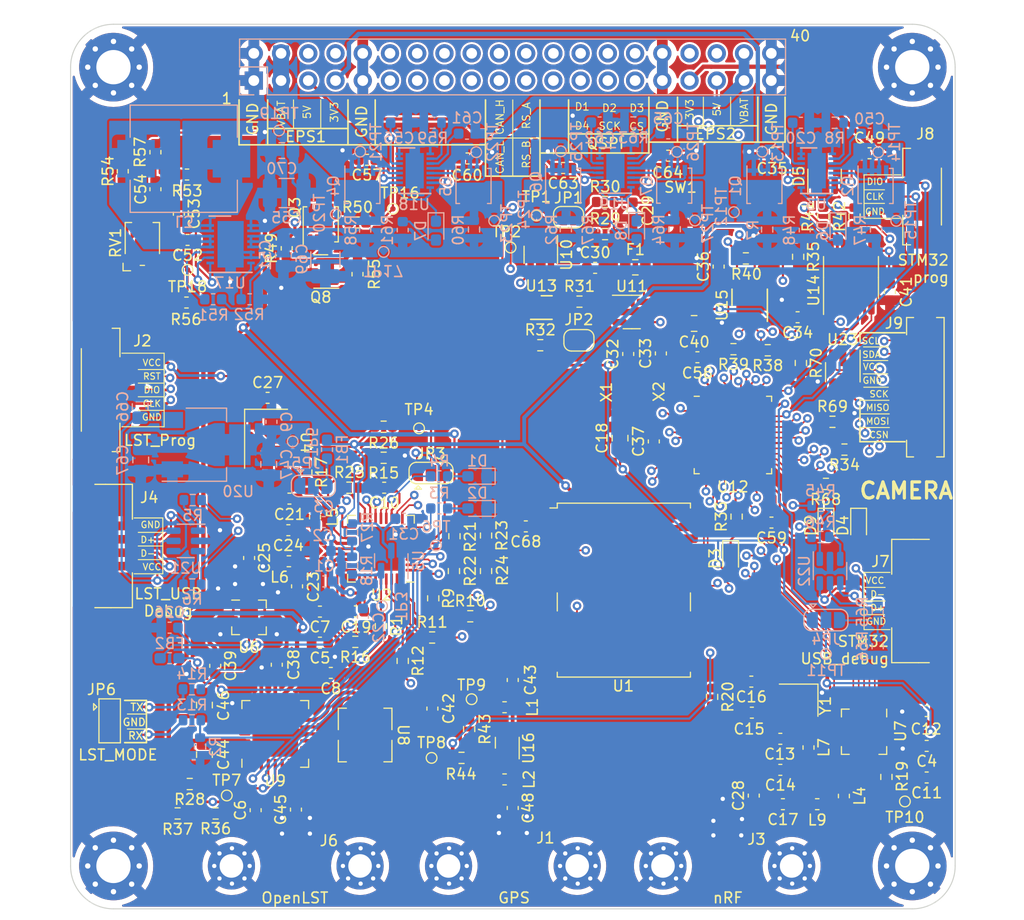
<source format=kicad_pcb>
(kicad_pcb (version 20211014) (generator pcbnew)

  (general
    (thickness 0.986)
  )

  (paper "A4")
  (layers
    (0 "F.Cu" power)
    (1 "In1.Cu" mixed)
    (2 "In2.Cu" mixed)
    (31 "B.Cu" power)
    (32 "B.Adhes" user "B.Adhesive")
    (33 "F.Adhes" user "F.Adhesive")
    (34 "B.Paste" user)
    (35 "F.Paste" user)
    (36 "B.SilkS" user "B.Silkscreen")
    (37 "F.SilkS" user "F.Silkscreen")
    (38 "B.Mask" user)
    (39 "F.Mask" user)
    (40 "Dwgs.User" user "User.Drawings")
    (41 "Cmts.User" user "User.Comments")
    (42 "Eco1.User" user "User.Eco1")
    (43 "Eco2.User" user "User.Eco2")
    (44 "Edge.Cuts" user)
    (45 "Margin" user)
    (46 "B.CrtYd" user "B.Courtyard")
    (47 "F.CrtYd" user "F.Courtyard")
    (48 "B.Fab" user)
    (49 "F.Fab" user)
    (50 "User.1" user)
    (51 "User.2" user)
    (52 "User.3" user)
    (53 "User.4" user)
    (54 "User.5" user)
    (55 "User.6" user)
    (56 "User.7" user)
    (57 "User.8" user)
    (58 "User.9" user)
  )

  (setup
    (stackup
      (layer "F.SilkS" (type "Top Silk Screen"))
      (layer "F.Paste" (type "Top Solder Paste"))
      (layer "F.Mask" (type "Top Solder Mask") (thickness 0.01))
      (layer "F.Cu" (type "copper") (thickness 0.018))
      (layer "dielectric 1" (type "core") (thickness 0.175) (material "FR4") (epsilon_r 4.5) (loss_tangent 0.02))
      (layer "In1.Cu" (type "copper") (thickness 0.035))
      (layer "dielectric 2" (type "prepreg") (thickness 0.51) (material "FR4") (epsilon_r 4.5) (loss_tangent 0.02))
      (layer "In2.Cu" (type "copper") (thickness 0.035))
      (layer "dielectric 3" (type "core") (thickness 0.175) (material "FR4") (epsilon_r 4.5) (loss_tangent 0.02))
      (layer "B.Cu" (type "copper") (thickness 0.018))
      (layer "B.Mask" (type "Bottom Solder Mask") (thickness 0.01))
      (layer "B.Paste" (type "Bottom Solder Paste"))
      (layer "B.SilkS" (type "Bottom Silk Screen"))
      (copper_finish "None")
      (dielectric_constraints no)
    )
    (pad_to_mask_clearance 0)
    (pcbplotparams
      (layerselection 0x00010fc_ffffffff)
      (disableapertmacros false)
      (usegerberextensions false)
      (usegerberattributes true)
      (usegerberadvancedattributes true)
      (creategerberjobfile true)
      (svguseinch false)
      (svgprecision 6)
      (excludeedgelayer true)
      (plotframeref false)
      (viasonmask false)
      (mode 1)
      (useauxorigin false)
      (hpglpennumber 1)
      (hpglpenspeed 20)
      (hpglpendiameter 15.000000)
      (dxfpolygonmode true)
      (dxfimperialunits true)
      (dxfusepcbnewfont true)
      (psnegative false)
      (psa4output false)
      (plotreference true)
      (plotvalue true)
      (plotinvisibletext false)
      (sketchpadsonfab false)
      (subtractmaskfromsilk false)
      (outputformat 1)
      (mirror false)
      (drillshape 1)
      (scaleselection 1)
      (outputdirectory "")
    )
  )

  (net 0 "")
  (net 1 "Net-(C1-Pad1)")
  (net 2 "GND")
  (net 3 "+3V3")
  (net 4 "/OpenLST (Beacon)/PA_VAPC")
  (net 5 "+3V8")
  (net 6 "/OpenLST (Beacon)/VDD_USB_LST")
  (net 7 "Net-(C12-Pad1)")
  (net 8 "Net-(C13-Pad2)")
  (net 9 "Net-(C15-Pad1)")
  (net 10 "Net-(C16-Pad1)")
  (net 11 "Net-(C17-Pad1)")
  (net 12 "Net-(C17-Pad2)")
  (net 13 "/MCU/MCU_POWER")
  (net 14 "Net-(C19-Pad1)")
  (net 15 "/3V3 power share/VCC_EN")
  (net 16 "Net-(C21-Pad2)")
  (net 17 "Net-(C22-Pad1)")
  (net 18 "Net-(C23-Pad2)")
  (net 19 "Net-(C24-Pad1)")
  (net 20 "Net-(C24-Pad2)")
  (net 21 "Net-(C25-Pad2)")
  (net 22 "Net-(C26-Pad1)")
  (net 23 "Net-(C29-Pad1)")
  (net 24 "/3V3 power share/EPS#1")
  (net 25 "Net-(C35-Pad2)")
  (net 26 "Net-(C38-Pad1)")
  (net 27 "Net-(C38-Pad2)")
  (net 28 "Net-(C39-Pad1)")
  (net 29 "Net-(C39-Pad2)")
  (net 30 "/MCU/VREF")
  (net 31 "Net-(C42-Pad1)")
  (net 32 "Net-(C43-Pad1)")
  (net 33 "Net-(C43-Pad2)")
  (net 34 "Net-(C45-Pad1)")
  (net 35 "Net-(C45-Pad2)")
  (net 36 "Net-(C48-Pad1)")
  (net 37 "Net-(C48-Pad2)")
  (net 38 "Net-(C49-Pad1)")
  (net 39 "/3V3 power share/EPS#2")
  (net 40 "Net-(C50-Pad1)")
  (net 41 "VIN")
  (net 42 "Net-(C52-Pad1)")
  (net 43 "Net-(C52-Pad2)")
  (net 44 "Net-(C53-Pad1)")
  (net 45 "Net-(C54-Pad1)")
  (net 46 "/Power Convertor/VBAT1/VCC_EN")
  (net 47 "/Power Convertor/EPS#1_VBAT")
  (net 48 "Net-(C57-Pad2)")
  (net 49 "Net-(C60-Pad1)")
  (net 50 "/Power Convertor/EPS#2_VBAT")
  (net 51 "Net-(C61-Pad1)")
  (net 52 "/5V power share/VCC_EN")
  (net 53 "/5V power share/EPS#1")
  (net 54 "Net-(C63-Pad2)")
  (net 55 "Net-(C64-Pad1)")
  (net 56 "/5V power share/EPS#2")
  (net 57 "Net-(C65-Pad1)")
  (net 58 "/OpenLST (Beacon)/USB_POWER_LST")
  (net 59 "Net-(D1-Pad2)")
  (net 60 "Net-(D2-Pad2)")
  (net 61 "Net-(D3-Pad1)")
  (net 62 "Net-(D4-Pad1)")
  (net 63 "/MCU/CAN_L")
  (net 64 "/MCU/CAN_H")
  (net 65 "Net-(D6-Pad1)")
  (net 66 "Net-(D6-Pad2)")
  (net 67 "Net-(D7-Pad1)")
  (net 68 "Net-(D7-Pad2)")
  (net 69 "Net-(D8-Pad1)")
  (net 70 "Net-(D8-Pad2)")
  (net 71 "Net-(D9-Pad1)")
  (net 72 "Net-(F1-Pad2)")
  (net 73 "Net-(FB1-Pad1)")
  (net 74 "/OpenLST (Beacon)/PROG_DD")
  (net 75 "/OpenLST (Beacon)/PROG_DC")
  (net 76 "/OpenLST (Beacon)/~{LST_RESET}")
  (net 77 "/MCU/USB_POWER")
  (net 78 "/MCU/SWCLK")
  (net 79 "/MCU/SWDIO")
  (net 80 "/MCU/QSPI_D1{slash}CAM_CSN")
  (net 81 "/MCU/QSPI_D2{slash}CAM_MOSI")
  (net 82 "/MCU/QSPI_D3{slash}CAM_MISO")
  (net 83 "/MCU/CAM_SCK")
  (net 84 "+5V")
  (net 85 "/I2C_SDA")
  (net 86 "/I2C_SCL")
  (net 87 "unconnected-(J12-Pad6)")
  (net 88 "unconnected-(J12-Pad8)")
  (net 89 "unconnected-(J12-Pad11)")
  (net 90 "unconnected-(J12-Pad12)")
  (net 91 "unconnected-(J12-Pad13)")
  (net 92 "unconnected-(J12-Pad14)")
  (net 93 "unconnected-(J12-Pad15)")
  (net 94 "unconnected-(J12-Pad16)")
  (net 95 "unconnected-(J12-Pad17)")
  (net 96 "unconnected-(J12-Pad18)")
  (net 97 "/MCU/RS_485_~{B}")
  (net 98 "/MCU/RS_485_A")
  (net 99 "unconnected-(J12-Pad23)")
  (net 100 "unconnected-(J12-Pad24)")
  (net 101 "/MCU/QSPI_D0")
  (net 102 "/MCU/QSPI_SCK")
  (net 103 "/MCU/QSPI_NCS")
  (net 104 "unconnected-(J12-Pad34)")
  (net 105 "unconnected-(J12-Pad36)")
  (net 106 "Net-(JP1-Pad1)")
  (net 107 "/MCU/NRST")
  (net 108 "Net-(JP2-Pad1)")
  (net 109 "Net-(JP2-Pad2)")
  (net 110 "/OpenLST (Beacon)/RF_EN")
  (net 111 "/OpenLST (Beacon)/RF_EN_MCU")
  (net 112 "/OpenLST (Beacon)/RF_PWR_EN")
  (net 113 "Net-(JP4-Pad3)")
  (net 114 "/MCU/VDD_USB")
  (net 115 "Net-(L3-Pad1)")
  (net 116 "Net-(L3-Pad2)")
  (net 117 "Net-(L4-Pad1)")
  (net 118 "Net-(L4-Pad2)")
  (net 119 "Net-(Q1-Pad5)")
  (net 120 "Net-(Q1-Pad4)")
  (net 121 "Net-(Q2-Pad4)")
  (net 122 "Net-(Q2-Pad5)")
  (net 123 "Net-(Q3-Pad4)")
  (net 124 "Net-(Q3-Pad5)")
  (net 125 "Net-(Q4-Pad5)")
  (net 126 "Net-(Q4-Pad4)")
  (net 127 "Net-(Q5-Pad4)")
  (net 128 "Net-(Q5-Pad5)")
  (net 129 "Net-(Q6-Pad5)")
  (net 130 "Net-(Q6-Pad4)")
  (net 131 "Net-(Q7-Pad4)")
  (net 132 "Net-(Q7-Pad5)")
  (net 133 "/OpenLST (Beacon)/~{LST_RX_MODE}")
  (net 134 "/OpenLST (Beacon)/LST_TX_MODE")
  (net 135 "Net-(R3-Pad2)")
  (net 136 "Net-(R4-Pad2)")
  (net 137 "Net-(R5-Pad1)")
  (net 138 "/OpenLST (Beacon)/USB_N")
  (net 139 "/OpenLST (Beacon)/USB_P")
  (net 140 "Net-(R6-Pad2)")
  (net 141 "Net-(R8-Pad2)")
  (net 142 "Net-(R9-Pad1)")
  (net 143 "/OpenLST (Beacon)/UART0_CTS")
  (net 144 "Net-(R10-Pad1)")
  (net 145 "/OpenLST (Beacon)/UART0_RTS")
  (net 146 "Net-(R11-Pad1)")
  (net 147 "/OpenLST (Beacon)/UART0_RX")
  (net 148 "Net-(R12-Pad1)")
  (net 149 "/OpenLST (Beacon)/UART0_TX")
  (net 150 "Net-(R15-Pad2)")
  (net 151 "Net-(R16-Pad2)")
  (net 152 "Net-(R17-Pad1)")
  (net 153 "Net-(R17-Pad2)")
  (net 154 "Net-(R19-Pad2)")
  (net 155 "/OpenLST (Beacon)/AN0")
  (net 156 "/OpenLST (Beacon)/AN1")
  (net 157 "Net-(R25-Pad2)")
  (net 158 "/OpenLST (Beacon)/RF_BYP")
  (net 159 "Net-(R32-Pad1)")
  (net 160 "/MCU/LED2")
  (net 161 "/MCU/CAN_RS")
  (net 162 "/MCU/RS_485_R_EN")
  (net 163 "/MCU/RS_485_T_EN")
  (net 164 "Net-(R43-Pad2)")
  (net 165 "Net-(R44-Pad1)")
  (net 166 "Net-(R44-Pad2)")
  (net 167 "Net-(R45-Pad1)")
  (net 168 "/MCU/USB_N")
  (net 169 "/MCU/USB_P")
  (net 170 "Net-(R46-Pad2)")
  (net 171 "Net-(R51-Pad2)")
  (net 172 "Net-(R52-Pad1)")
  (net 173 "Net-(R54-Pad2)")
  (net 174 "Net-(R59-Pad2)")
  (net 175 "Net-(R63-Pad2)")
  (net 176 "unconnected-(U1-Pad1)")
  (net 177 "unconnected-(U1-Pad3)")
  (net 178 "/GPS Module/IRQ")
  (net 179 "unconnected-(U1-Pad5)")
  (net 180 "unconnected-(U1-Pad6)")
  (net 181 "/GPS Module/RESET")
  (net 182 "unconnected-(U1-Pad15)")
  (net 183 "unconnected-(U1-Pad16)")
  (net 184 "unconnected-(U1-Pad17)")
  (net 185 "/GPS Module/TXD")
  (net 186 "/GPS Module/RXD")
  (net 187 "unconnected-(U2-Pad8)")
  (net 188 "unconnected-(U2-Pad18)")
  (net 189 "unconnected-(U2-Pad20)")
  (net 190 "/MCU/NRF_CE")
  (net 191 "/MCU/NRF_SPI_CSN")
  (net 192 "/MCU/NRF_SPI_SCK")
  (net 193 "/MCU/NRF_SPI_MOSI")
  (net 194 "/MCU/NRF_SPI_MISO")
  (net 195 "/MCU/NRF_IRQ")
  (net 196 "Net-(U8-Pad2)")
  (net 197 "Net-(U8-Pad6)")
  (net 198 "unconnected-(U9-Pad14)")
  (net 199 "unconnected-(U9-Pad16)")
  (net 200 "unconnected-(U9-Pad25)")
  (net 201 "unconnected-(U10-Pad3)")
  (net 202 "/MCU/WDG_RESET")
  (net 203 "unconnected-(U11-Pad3)")
  (net 204 "unconnected-(U12-Pad1)")
  (net 205 "/MCU/LSE")
  (net 206 "/MCU/HSE")
  (net 207 "/MCU/CAN_RX")
  (net 208 "/MCU/CAN_TX")
  (net 209 "unconnected-(U13-Pad3)")
  (net 210 "/MCU/RS_485_R")
  (net 211 "/MCU/RS_485_T")
  (net 212 "unconnected-(U15-Pad7)")
  (net 213 "Net-(JP6-Pad3)")
  (net 214 "/camera/CAM_VCC")
  (net 215 "Net-(R70-Pad1)")
  (net 216 "Net-(J4-Pad2)")
  (net 217 "Net-(J4-Pad3)")
  (net 218 "Net-(J7-Pad2)")
  (net 219 "Net-(J7-Pad3)")
  (net 220 "Net-(JP6-Pad1)")
  (net 221 "unconnected-(X1-Pad1)")

  (footprint "Capacitor_SMD:C_0805_2012Metric_Pad1.18x1.45mm_HandSolder" (layer "F.Cu") (at 143.1544 71.9044))

  (footprint "TCY_Buttons:KMT031NGJLHS" (layer "F.Cu") (at 141.8844 61.5881))

  (footprint "Resistor_SMD:R_0603_1608Metric" (layer "F.Cu") (at 98.5276 117.602))

  (footprint "Resistor_SMD:R_0603_1608Metric" (layer "F.Cu") (at 158.115 61.9252 -90))

  (footprint "Package_DFN_QFN:QFN-20-1EP_4x4mm_P0.5mm_EP2.5x2.5mm" (layer "F.Cu") (at 159.004 109.982 -90))

  (footprint "MountingHole:MountingHole_3.2mm_M3_Pad_Via" (layer "F.Cu") (at 163.5 122.5))

  (footprint "Resistor_SMD:R_0603_1608Metric" (layer "F.Cu") (at 120.8024 91.7448 90))

  (footprint "Capacitor_SMD:C_0603_1608Metric" (layer "F.Cu") (at 98.4905 103.8352 -90))

  (footprint "Resistor_SMD:R_0603_1608Metric" (layer "F.Cu") (at 147.9804 65.8368 180))

  (footprint "Inductor_SMD:L_0603_1608Metric" (layer "F.Cu") (at 107.7976 89.9668 -90))

  (footprint "Resistor_SMD:R_0603_1608Metric" (layer "F.Cu") (at 121.4628 112.4204))

  (footprint "MountingHole:MountingHole_3.2mm_M3_Pad_Via" (layer "F.Cu") (at 89 48))

  (footprint "Capacitor_SMD:C_0603_1608Metric" (layer "F.Cu") (at 105.41 88.2396))

  (footprint "TCY_Connector:Amphenol 10114830-11104LF 1x04 Vertical" (layer "F.Cu") (at 88.265 92.6592 -90))

  (footprint "Capacitor_SMD:C_0603_1608Metric" (layer "F.Cu") (at 127.4572 90.8304 180))

  (footprint "Capacitor_SMD:C_0603_1608Metric" (layer "F.Cu") (at 152.8064 71.3232 180))

  (footprint "Resistor_SMD:R_0603_1608Metric" (layer "F.Cu") (at 153.1112 75.5904 -90))

  (footprint "Capacitor_SMD:C_0603_1608Metric" (layer "F.Cu") (at 114.2492 87.2236 180))

  (footprint "Inductor_SMD:L_0603_1608Metric" (layer "F.Cu") (at 125.476 114.427 180))

  (footprint "RF_GPS:ublox_NEO" (layer "F.Cu") (at 136.6012 96.774))

  (footprint "Package_TO_SOT_SMD:SOT-23-6_Handsoldering" (layer "F.Cu") (at 157.0228 76.454 -90))

  (footprint "Capacitor_SMD:C_0603_1608Metric" (layer "F.Cu") (at 108.2548 98.7792 180))

  (footprint "Inductor_SMD:L_0603_1608Metric" (layer "F.Cu") (at 105.156 64.897 90))

  (footprint "Resistor_SMD:R_0603_1608Metric" (layer "F.Cu") (at 161.0868 114.1984 90))

  (footprint "Jumper:SolderJumper-2_P1.3mm_Open_RoundedPad1.0x1.5mm" (layer "F.Cu") (at 132.4108 73.4753 180))

  (footprint "Capacitor_SMD:C_0603_1608Metric" (layer "F.Cu") (at 118.745 107.823 -90))

  (footprint "Jumper:SolderJumper-2_P1.3mm_Open_RoundedPad1.0x1.5mm" (layer "F.Cu") (at 131.4456 61.9945))

  (footprint "Inductor_SMD:L_0603_1608Metric" (layer "F.Cu") (at 95.8596 58.0136))

  (footprint "Capacitor_SMD:C_0603_1608Metric" (layer "F.Cu") (at 133.9218 66.7189))

  (footprint "Capacitor_SMD:C_0603_1608Metric" (layer "F.Cu") (at 126.238 105.156 -90))

  (footprint "Capacitor_SMD:C_0603_1608Metric" (layer "F.Cu") (at 151.1938 113.538))

  (footprint "MountingHole:MountingHole_3.2mm_M3_Pad_Via" (layer "F.Cu") (at 163.5 48))

  (footprint "Resistor_SMD:R_0603_1608Metric" (layer "F.Cu") (at 111.5568 101.6 180))

  (footprint "Resistor_SMD:R_0603_1608Metric" (layer "F.Cu") (at 118.8212 97.536 -90))

  (footprint "Resistor_SMD:R_0603_1608Metric" (layer "F.Cu") (at 134.8492 60.5721))

  (footprint "Resistor_SMD:R_0603_1608Metric" (layer "F.Cu") (at 157.1752 83.6676 180))

  (footprint "Capacitor_SMD:C_0603_1608Metric" (layer "F.Cu") (at 122.0216 56.515))

  (footprint "TCY_Connector:TestPoint_Pad_D0.5mm" (layer "F.Cu") (at 122.4026 106.947))

  (footprint "Resistor_SMD:R_0603_1608Metric" (layer "F.Cu") (at 123.7488 94.996 90))

  (footprint "Resistor_SMD:R_0603_1608Metric" (layer "F.Cu") (at 115.9764 103.378 -90))

  (footprint "Capacitor_SMD:C_0603_1608Metric" (layer "F.Cu") (at 139.3952 82.9056 90))

  (footprint "Resistor_SMD:R_0603_1608Metric" (layer "F.Cu") (at 110.998 87.2236))

  (footprint "Resistor_SMD:R_0603_1608Metric" (layer "F.Cu") (at 113.9444 100.1268 90))

  (footprint "footprints:iPEX" (layer "F.Cu") (at 146.25 122.5 180))

  (footprint "Capacitor_SMD:C_0603_1608Metric" (layer "F.Cu") (at 148.717 115.938 90))

  (footprint "Capacitor_SMD:C_0603_1608Metric" (layer "F.Cu") (at 164.846 114.2492 180))

  (footprint "Capacitor_SMD:C_0603_1608Metric" (layer "F.Cu") (at 112.649 56.642))

  (footprint "Inductor_SMD:L_0603_1608Metric" (layer "F.Cu") (at 153.8224 111.4552 -90))

  (footprint "Capacitor_SMD:C_0603_1608Metric" (layer "F.Cu") (at 137.414 61.3849 -90))

  (footprint "Capacitor_SMD:C_0603_1608Metric" (layer "F.Cu") (at 159.517223 56.0263))

  (footprint "Resistor_SMD:R_0603_1608Metric" (layer "F.Cu") (at 144.8308 106.7308 90))

  (footprint "Resistor_SMD:R_0603_1608Metric" (layer "F.Cu") (at 120.7516 94.996 90))

  (footprint "footprints:iPEX" (layer "F.Cu") (at 106 122.5 180))

  (footprint "Capacitor_SMD:C_0603_1608Metric" (layer "F.Cu") (at 105.3084 91.186 180))

  (footprint "TCY_Connector:TestPoint_Pad_D0.5mm" (layer "F.Cu") (at 117.5004 81.6864))

  (footprint "Package_DFN_QFN:DFN-10-1EP_3x3mm_P0.5mm_EP1.55x2.48mm" (layer "F.Cu")
    (tedit 5EA4BECA) (tstamp 64263d5c-9427-4c92-a73a-afe8e63e20fb)
    (at 148.336 70.2056 90)
    (descr "10-Lead Plastic Dual Flat, No Lead Package (MF) - 3x3x0.9 mm Body [DFN] (see Microchip Packaging Specification 00000049BS.pdf)")
    (tags "DFN 0.5")
    (property "Sheetfile" "mcu_comm.kicad_sch")
    (property "Sheetname" "MCU")
    (path "/81a5172c-b171-400d-8856-41d6e486bdd1/a66e8b44-b972-4f7b-ba80-f64e58de1944")
    (attr smd)
    (fp_text reference "U15" (at 0 -2.575 90) (layer "F.SilkS")
      (effects (font (size 1 1) (thickness 0.15)))
      (tstamp af58d6aa-33e4-4da2-8ea3-2304125e31c0)
    )
    (fp_text value "MAX13430ETB+" (at 0 2.575 90) (layer "F.Fab")
      (effects (font (size 1 1) (thickness 0.15)))
      (tstamp 94937ca0-c1d9-424d-88cf-010fb503f8a5)
    )
    (fp_text user "${REFERENCE}" (at 0 0 90) (layer "F.Fab")
      (effects (font (size 0.7 0.7) (thickness 0.105)))
      (tstamp 67a55320-79e2-4952-9d6a-671cbdcfc9f7)
    )
    (fp_line (start -1.5 1.65) (end 1.5 1.65) (layer "F.SilkS") (width 0.15) (tstamp 47b3834c-8a87-4af3-9143-c88b9cd89304))
    (fp_line (start 0 -1.65) (end 1.5 -1.65) (layer "F.SilkS") (width 0.15) (tstamp adc74667-5dec-4b95-9d35-ffc7db9ad260))
    (fp_line (start -2.15 -1.85) (end -2.15 1.85) (layer "F.CrtYd") (width 0.05) (tstamp 20c401b1-c1bb-42cd-8ef2-fd89663a6cf3))
    (fp_line (start -2.15 1.85) (end 2.15 1.85) (layer "F.CrtYd") (width 0.05) (tstamp a7098063-91db-4dae-8c97-631051e8de0e))
    (fp_line (start 2.15 -1.85) (end 2.15 1.85) (layer "F.CrtYd") (width 0.05) (tstamp d1594cc0-0357-4de5-8d76-bb3a044297b2))
    (fp_line (start -2.15 -1.85) (end 2.15 -1.85) (layer "F.CrtYd") (width 0.05) (tstamp d500cfb3-be5f-4c90-8432-d0e5e29eda2a))
    (fp_line (start -1.5 -0.5) (end -0.5 -1.5) (layer "F.Fab") (width 0.15) (tstamp 4013842c-f594-4f18-a07a-785be971cdaf))
    (fp_line (start -1.5 1.5) (end -1.5 -0.5) (layer "F.Fab") (width 0.15) (tstamp 68cc97a1-6c76-411f-a28b-36162918d55d))
    (fp_line (start 1.5 1.5) (end -1.5 1.5) (layer "F.Fab") (width 0.15) (tstamp 6a2b63d3-b52c-4af8-b72e-63fe811d3d24))
    (fp_line (start 1.5 -1.5) (end 1.5 1.5) (layer "F.Fab") (width 0.15) (tstamp b6b0b082-3ad5-486d-9247-7e4db31838ef))
    (fp_line (start -0.5 -1.5) (end 1.5 -1.5) (layer "F.Fab") (width 0.15) (tstamp c40a33aa-f777-4109-9efd-12123c039897))
    (pad "" smd rect locked (at 0.3875 0.62 90) (size 0.6 1.05) (layers "F.Paste") (tstamp 13432df8-5be2-422d-b431-13bedccbff4d))
    (pad "" smd rect locked (at -0.3875 -0.62 90) (size 0.6 1.05) (layers "F.Paste") (tstamp 4be9d67c-a6f3-435e-8133-0f53bd74a878))
    (pad "" smd rect locked (at -0.3875 0.62 90) (size 0.6 1.05) (layers "F.Paste") (tstamp 5d69c2f3-acbd-4c54-bda2-b7785c2010cf))
    (pad "" smd rect locked (at 0.3875 -0.6
... [3700934 chars truncated]
</source>
